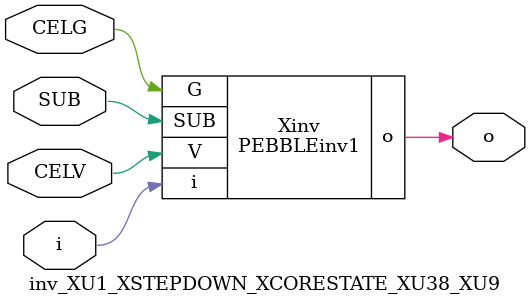
<source format=v>



module PEBBLEinv1 ( o, G, SUB, V, i );

  input V;
  input i;
  input G;
  output o;
  input SUB;
endmodule

//Celera Confidential Do Not Copy inv_XU1_XSTEPDOWN_XCORESTATE_XU38_XU9
//Celera Confidential Symbol Generator
//5V Inverter
module inv_XU1_XSTEPDOWN_XCORESTATE_XU38_XU9 (CELV,CELG,i,o,SUB);
input CELV;
input CELG;
input i;
input SUB;
output o;

//Celera Confidential Do Not Copy inv
PEBBLEinv1 Xinv(
.V (CELV),
.i (i),
.o (o),
.SUB (SUB),
.G (CELG)
);
//,diesize,PEBBLEinv1

//Celera Confidential Do Not Copy Module End
//Celera Schematic Generator
endmodule

</source>
